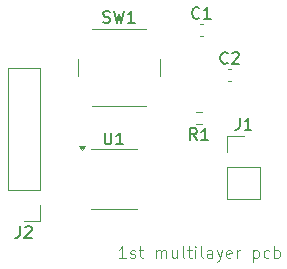
<source format=gbr>
%TF.GenerationSoftware,KiCad,Pcbnew,9.0.3*%
%TF.CreationDate,2025-11-22T12:31:02+05:30*%
%TF.ProjectId,multilayer trial,6d756c74-696c-4617-9965-722074726961,rev?*%
%TF.SameCoordinates,Original*%
%TF.FileFunction,Legend,Top*%
%TF.FilePolarity,Positive*%
%FSLAX46Y46*%
G04 Gerber Fmt 4.6, Leading zero omitted, Abs format (unit mm)*
G04 Created by KiCad (PCBNEW 9.0.3) date 2025-11-22 12:31:02*
%MOMM*%
%LPD*%
G01*
G04 APERTURE LIST*
%ADD10C,0.100000*%
%ADD11C,0.150000*%
%ADD12C,0.120000*%
G04 APERTURE END LIST*
D10*
X116827693Y-101272419D02*
X116256265Y-101272419D01*
X116541979Y-101272419D02*
X116541979Y-100272419D01*
X116541979Y-100272419D02*
X116446741Y-100415276D01*
X116446741Y-100415276D02*
X116351503Y-100510514D01*
X116351503Y-100510514D02*
X116256265Y-100558133D01*
X117208646Y-101224800D02*
X117303884Y-101272419D01*
X117303884Y-101272419D02*
X117494360Y-101272419D01*
X117494360Y-101272419D02*
X117589598Y-101224800D01*
X117589598Y-101224800D02*
X117637217Y-101129561D01*
X117637217Y-101129561D02*
X117637217Y-101081942D01*
X117637217Y-101081942D02*
X117589598Y-100986704D01*
X117589598Y-100986704D02*
X117494360Y-100939085D01*
X117494360Y-100939085D02*
X117351503Y-100939085D01*
X117351503Y-100939085D02*
X117256265Y-100891466D01*
X117256265Y-100891466D02*
X117208646Y-100796228D01*
X117208646Y-100796228D02*
X117208646Y-100748609D01*
X117208646Y-100748609D02*
X117256265Y-100653371D01*
X117256265Y-100653371D02*
X117351503Y-100605752D01*
X117351503Y-100605752D02*
X117494360Y-100605752D01*
X117494360Y-100605752D02*
X117589598Y-100653371D01*
X117922932Y-100605752D02*
X118303884Y-100605752D01*
X118065789Y-100272419D02*
X118065789Y-101129561D01*
X118065789Y-101129561D02*
X118113408Y-101224800D01*
X118113408Y-101224800D02*
X118208646Y-101272419D01*
X118208646Y-101272419D02*
X118303884Y-101272419D01*
X119399123Y-101272419D02*
X119399123Y-100605752D01*
X119399123Y-100700990D02*
X119446742Y-100653371D01*
X119446742Y-100653371D02*
X119541980Y-100605752D01*
X119541980Y-100605752D02*
X119684837Y-100605752D01*
X119684837Y-100605752D02*
X119780075Y-100653371D01*
X119780075Y-100653371D02*
X119827694Y-100748609D01*
X119827694Y-100748609D02*
X119827694Y-101272419D01*
X119827694Y-100748609D02*
X119875313Y-100653371D01*
X119875313Y-100653371D02*
X119970551Y-100605752D01*
X119970551Y-100605752D02*
X120113408Y-100605752D01*
X120113408Y-100605752D02*
X120208647Y-100653371D01*
X120208647Y-100653371D02*
X120256266Y-100748609D01*
X120256266Y-100748609D02*
X120256266Y-101272419D01*
X121161027Y-100605752D02*
X121161027Y-101272419D01*
X120732456Y-100605752D02*
X120732456Y-101129561D01*
X120732456Y-101129561D02*
X120780075Y-101224800D01*
X120780075Y-101224800D02*
X120875313Y-101272419D01*
X120875313Y-101272419D02*
X121018170Y-101272419D01*
X121018170Y-101272419D02*
X121113408Y-101224800D01*
X121113408Y-101224800D02*
X121161027Y-101177180D01*
X121780075Y-101272419D02*
X121684837Y-101224800D01*
X121684837Y-101224800D02*
X121637218Y-101129561D01*
X121637218Y-101129561D02*
X121637218Y-100272419D01*
X122018171Y-100605752D02*
X122399123Y-100605752D01*
X122161028Y-100272419D02*
X122161028Y-101129561D01*
X122161028Y-101129561D02*
X122208647Y-101224800D01*
X122208647Y-101224800D02*
X122303885Y-101272419D01*
X122303885Y-101272419D02*
X122399123Y-101272419D01*
X122732457Y-101272419D02*
X122732457Y-100605752D01*
X122732457Y-100272419D02*
X122684838Y-100320038D01*
X122684838Y-100320038D02*
X122732457Y-100367657D01*
X122732457Y-100367657D02*
X122780076Y-100320038D01*
X122780076Y-100320038D02*
X122732457Y-100272419D01*
X122732457Y-100272419D02*
X122732457Y-100367657D01*
X123351504Y-101272419D02*
X123256266Y-101224800D01*
X123256266Y-101224800D02*
X123208647Y-101129561D01*
X123208647Y-101129561D02*
X123208647Y-100272419D01*
X124161028Y-101272419D02*
X124161028Y-100748609D01*
X124161028Y-100748609D02*
X124113409Y-100653371D01*
X124113409Y-100653371D02*
X124018171Y-100605752D01*
X124018171Y-100605752D02*
X123827695Y-100605752D01*
X123827695Y-100605752D02*
X123732457Y-100653371D01*
X124161028Y-101224800D02*
X124065790Y-101272419D01*
X124065790Y-101272419D02*
X123827695Y-101272419D01*
X123827695Y-101272419D02*
X123732457Y-101224800D01*
X123732457Y-101224800D02*
X123684838Y-101129561D01*
X123684838Y-101129561D02*
X123684838Y-101034323D01*
X123684838Y-101034323D02*
X123732457Y-100939085D01*
X123732457Y-100939085D02*
X123827695Y-100891466D01*
X123827695Y-100891466D02*
X124065790Y-100891466D01*
X124065790Y-100891466D02*
X124161028Y-100843847D01*
X124541981Y-100605752D02*
X124780076Y-101272419D01*
X125018171Y-100605752D02*
X124780076Y-101272419D01*
X124780076Y-101272419D02*
X124684838Y-101510514D01*
X124684838Y-101510514D02*
X124637219Y-101558133D01*
X124637219Y-101558133D02*
X124541981Y-101605752D01*
X125780076Y-101224800D02*
X125684838Y-101272419D01*
X125684838Y-101272419D02*
X125494362Y-101272419D01*
X125494362Y-101272419D02*
X125399124Y-101224800D01*
X125399124Y-101224800D02*
X125351505Y-101129561D01*
X125351505Y-101129561D02*
X125351505Y-100748609D01*
X125351505Y-100748609D02*
X125399124Y-100653371D01*
X125399124Y-100653371D02*
X125494362Y-100605752D01*
X125494362Y-100605752D02*
X125684838Y-100605752D01*
X125684838Y-100605752D02*
X125780076Y-100653371D01*
X125780076Y-100653371D02*
X125827695Y-100748609D01*
X125827695Y-100748609D02*
X125827695Y-100843847D01*
X125827695Y-100843847D02*
X125351505Y-100939085D01*
X126256267Y-101272419D02*
X126256267Y-100605752D01*
X126256267Y-100796228D02*
X126303886Y-100700990D01*
X126303886Y-100700990D02*
X126351505Y-100653371D01*
X126351505Y-100653371D02*
X126446743Y-100605752D01*
X126446743Y-100605752D02*
X126541981Y-100605752D01*
X127637220Y-100605752D02*
X127637220Y-101605752D01*
X127637220Y-100653371D02*
X127732458Y-100605752D01*
X127732458Y-100605752D02*
X127922934Y-100605752D01*
X127922934Y-100605752D02*
X128018172Y-100653371D01*
X128018172Y-100653371D02*
X128065791Y-100700990D01*
X128065791Y-100700990D02*
X128113410Y-100796228D01*
X128113410Y-100796228D02*
X128113410Y-101081942D01*
X128113410Y-101081942D02*
X128065791Y-101177180D01*
X128065791Y-101177180D02*
X128018172Y-101224800D01*
X128018172Y-101224800D02*
X127922934Y-101272419D01*
X127922934Y-101272419D02*
X127732458Y-101272419D01*
X127732458Y-101272419D02*
X127637220Y-101224800D01*
X128970553Y-101224800D02*
X128875315Y-101272419D01*
X128875315Y-101272419D02*
X128684839Y-101272419D01*
X128684839Y-101272419D02*
X128589601Y-101224800D01*
X128589601Y-101224800D02*
X128541982Y-101177180D01*
X128541982Y-101177180D02*
X128494363Y-101081942D01*
X128494363Y-101081942D02*
X128494363Y-100796228D01*
X128494363Y-100796228D02*
X128541982Y-100700990D01*
X128541982Y-100700990D02*
X128589601Y-100653371D01*
X128589601Y-100653371D02*
X128684839Y-100605752D01*
X128684839Y-100605752D02*
X128875315Y-100605752D01*
X128875315Y-100605752D02*
X128970553Y-100653371D01*
X129399125Y-101272419D02*
X129399125Y-100272419D01*
X129399125Y-100653371D02*
X129494363Y-100605752D01*
X129494363Y-100605752D02*
X129684839Y-100605752D01*
X129684839Y-100605752D02*
X129780077Y-100653371D01*
X129780077Y-100653371D02*
X129827696Y-100700990D01*
X129827696Y-100700990D02*
X129875315Y-100796228D01*
X129875315Y-100796228D02*
X129875315Y-101081942D01*
X129875315Y-101081942D02*
X129827696Y-101177180D01*
X129827696Y-101177180D02*
X129780077Y-101224800D01*
X129780077Y-101224800D02*
X129684839Y-101272419D01*
X129684839Y-101272419D02*
X129494363Y-101272419D01*
X129494363Y-101272419D02*
X129399125Y-101224800D01*
D11*
X125458333Y-84729580D02*
X125410714Y-84777200D01*
X125410714Y-84777200D02*
X125267857Y-84824819D01*
X125267857Y-84824819D02*
X125172619Y-84824819D01*
X125172619Y-84824819D02*
X125029762Y-84777200D01*
X125029762Y-84777200D02*
X124934524Y-84681961D01*
X124934524Y-84681961D02*
X124886905Y-84586723D01*
X124886905Y-84586723D02*
X124839286Y-84396247D01*
X124839286Y-84396247D02*
X124839286Y-84253390D01*
X124839286Y-84253390D02*
X124886905Y-84062914D01*
X124886905Y-84062914D02*
X124934524Y-83967676D01*
X124934524Y-83967676D02*
X125029762Y-83872438D01*
X125029762Y-83872438D02*
X125172619Y-83824819D01*
X125172619Y-83824819D02*
X125267857Y-83824819D01*
X125267857Y-83824819D02*
X125410714Y-83872438D01*
X125410714Y-83872438D02*
X125458333Y-83920057D01*
X125839286Y-83920057D02*
X125886905Y-83872438D01*
X125886905Y-83872438D02*
X125982143Y-83824819D01*
X125982143Y-83824819D02*
X126220238Y-83824819D01*
X126220238Y-83824819D02*
X126315476Y-83872438D01*
X126315476Y-83872438D02*
X126363095Y-83920057D01*
X126363095Y-83920057D02*
X126410714Y-84015295D01*
X126410714Y-84015295D02*
X126410714Y-84110533D01*
X126410714Y-84110533D02*
X126363095Y-84253390D01*
X126363095Y-84253390D02*
X125791667Y-84824819D01*
X125791667Y-84824819D02*
X126410714Y-84824819D01*
X114916667Y-81307200D02*
X115059524Y-81354819D01*
X115059524Y-81354819D02*
X115297619Y-81354819D01*
X115297619Y-81354819D02*
X115392857Y-81307200D01*
X115392857Y-81307200D02*
X115440476Y-81259580D01*
X115440476Y-81259580D02*
X115488095Y-81164342D01*
X115488095Y-81164342D02*
X115488095Y-81069104D01*
X115488095Y-81069104D02*
X115440476Y-80973866D01*
X115440476Y-80973866D02*
X115392857Y-80926247D01*
X115392857Y-80926247D02*
X115297619Y-80878628D01*
X115297619Y-80878628D02*
X115107143Y-80831009D01*
X115107143Y-80831009D02*
X115011905Y-80783390D01*
X115011905Y-80783390D02*
X114964286Y-80735771D01*
X114964286Y-80735771D02*
X114916667Y-80640533D01*
X114916667Y-80640533D02*
X114916667Y-80545295D01*
X114916667Y-80545295D02*
X114964286Y-80450057D01*
X114964286Y-80450057D02*
X115011905Y-80402438D01*
X115011905Y-80402438D02*
X115107143Y-80354819D01*
X115107143Y-80354819D02*
X115345238Y-80354819D01*
X115345238Y-80354819D02*
X115488095Y-80402438D01*
X115821429Y-80354819D02*
X116059524Y-81354819D01*
X116059524Y-81354819D02*
X116250000Y-80640533D01*
X116250000Y-80640533D02*
X116440476Y-81354819D01*
X116440476Y-81354819D02*
X116678572Y-80354819D01*
X117583333Y-81354819D02*
X117011905Y-81354819D01*
X117297619Y-81354819D02*
X117297619Y-80354819D01*
X117297619Y-80354819D02*
X117202381Y-80497676D01*
X117202381Y-80497676D02*
X117107143Y-80592914D01*
X117107143Y-80592914D02*
X117011905Y-80640533D01*
X107866666Y-98574819D02*
X107866666Y-99289104D01*
X107866666Y-99289104D02*
X107819047Y-99431961D01*
X107819047Y-99431961D02*
X107723809Y-99527200D01*
X107723809Y-99527200D02*
X107580952Y-99574819D01*
X107580952Y-99574819D02*
X107485714Y-99574819D01*
X108295238Y-98670057D02*
X108342857Y-98622438D01*
X108342857Y-98622438D02*
X108438095Y-98574819D01*
X108438095Y-98574819D02*
X108676190Y-98574819D01*
X108676190Y-98574819D02*
X108771428Y-98622438D01*
X108771428Y-98622438D02*
X108819047Y-98670057D01*
X108819047Y-98670057D02*
X108866666Y-98765295D01*
X108866666Y-98765295D02*
X108866666Y-98860533D01*
X108866666Y-98860533D02*
X108819047Y-99003390D01*
X108819047Y-99003390D02*
X108247619Y-99574819D01*
X108247619Y-99574819D02*
X108866666Y-99574819D01*
X123058333Y-80929580D02*
X123010714Y-80977200D01*
X123010714Y-80977200D02*
X122867857Y-81024819D01*
X122867857Y-81024819D02*
X122772619Y-81024819D01*
X122772619Y-81024819D02*
X122629762Y-80977200D01*
X122629762Y-80977200D02*
X122534524Y-80881961D01*
X122534524Y-80881961D02*
X122486905Y-80786723D01*
X122486905Y-80786723D02*
X122439286Y-80596247D01*
X122439286Y-80596247D02*
X122439286Y-80453390D01*
X122439286Y-80453390D02*
X122486905Y-80262914D01*
X122486905Y-80262914D02*
X122534524Y-80167676D01*
X122534524Y-80167676D02*
X122629762Y-80072438D01*
X122629762Y-80072438D02*
X122772619Y-80024819D01*
X122772619Y-80024819D02*
X122867857Y-80024819D01*
X122867857Y-80024819D02*
X123010714Y-80072438D01*
X123010714Y-80072438D02*
X123058333Y-80120057D01*
X124010714Y-81024819D02*
X123439286Y-81024819D01*
X123725000Y-81024819D02*
X123725000Y-80024819D01*
X123725000Y-80024819D02*
X123629762Y-80167676D01*
X123629762Y-80167676D02*
X123534524Y-80262914D01*
X123534524Y-80262914D02*
X123439286Y-80310533D01*
X122858333Y-91284819D02*
X122525000Y-90808628D01*
X122286905Y-91284819D02*
X122286905Y-90284819D01*
X122286905Y-90284819D02*
X122667857Y-90284819D01*
X122667857Y-90284819D02*
X122763095Y-90332438D01*
X122763095Y-90332438D02*
X122810714Y-90380057D01*
X122810714Y-90380057D02*
X122858333Y-90475295D01*
X122858333Y-90475295D02*
X122858333Y-90618152D01*
X122858333Y-90618152D02*
X122810714Y-90713390D01*
X122810714Y-90713390D02*
X122763095Y-90761009D01*
X122763095Y-90761009D02*
X122667857Y-90808628D01*
X122667857Y-90808628D02*
X122286905Y-90808628D01*
X123810714Y-91284819D02*
X123239286Y-91284819D01*
X123525000Y-91284819D02*
X123525000Y-90284819D01*
X123525000Y-90284819D02*
X123429762Y-90427676D01*
X123429762Y-90427676D02*
X123334524Y-90522914D01*
X123334524Y-90522914D02*
X123239286Y-90570533D01*
X115038095Y-90654819D02*
X115038095Y-91464342D01*
X115038095Y-91464342D02*
X115085714Y-91559580D01*
X115085714Y-91559580D02*
X115133333Y-91607200D01*
X115133333Y-91607200D02*
X115228571Y-91654819D01*
X115228571Y-91654819D02*
X115419047Y-91654819D01*
X115419047Y-91654819D02*
X115514285Y-91607200D01*
X115514285Y-91607200D02*
X115561904Y-91559580D01*
X115561904Y-91559580D02*
X115609523Y-91464342D01*
X115609523Y-91464342D02*
X115609523Y-90654819D01*
X116609523Y-91654819D02*
X116038095Y-91654819D01*
X116323809Y-91654819D02*
X116323809Y-90654819D01*
X116323809Y-90654819D02*
X116228571Y-90797676D01*
X116228571Y-90797676D02*
X116133333Y-90892914D01*
X116133333Y-90892914D02*
X116038095Y-90940533D01*
X126466666Y-89399819D02*
X126466666Y-90114104D01*
X126466666Y-90114104D02*
X126419047Y-90256961D01*
X126419047Y-90256961D02*
X126323809Y-90352200D01*
X126323809Y-90352200D02*
X126180952Y-90399819D01*
X126180952Y-90399819D02*
X126085714Y-90399819D01*
X127466666Y-90399819D02*
X126895238Y-90399819D01*
X127180952Y-90399819D02*
X127180952Y-89399819D01*
X127180952Y-89399819D02*
X127085714Y-89542676D01*
X127085714Y-89542676D02*
X126990476Y-89637914D01*
X126990476Y-89637914D02*
X126895238Y-89685533D01*
D12*
%TO.C,C2*%
X125484420Y-85290000D02*
X125765580Y-85290000D01*
X125484420Y-86310000D02*
X125765580Y-86310000D01*
%TO.C,SW1*%
X112750000Y-84400000D02*
X112750000Y-85900000D01*
X114000000Y-88400000D02*
X118500000Y-88400000D01*
X118500000Y-81900000D02*
X114000000Y-81900000D01*
X119750000Y-85900000D02*
X119750000Y-84400000D01*
%TO.C,J2*%
X106820000Y-95470000D02*
X106820000Y-85200000D01*
X109580000Y-85200000D02*
X106820000Y-85200000D01*
X109580000Y-95470000D02*
X106820000Y-95470000D01*
X109580000Y-95470000D02*
X109580000Y-85200000D01*
X109580000Y-96740000D02*
X109580000Y-98120000D01*
X109580000Y-98120000D02*
X108200000Y-98120000D01*
%TO.C,C1*%
X123084420Y-81490000D02*
X123365580Y-81490000D01*
X123084420Y-82510000D02*
X123365580Y-82510000D01*
%TO.C,R1*%
X123262258Y-88877500D02*
X122787742Y-88877500D01*
X123262258Y-89922500D02*
X122787742Y-89922500D01*
%TO.C,U1*%
X115800000Y-92040000D02*
X113850000Y-92040000D01*
X115800000Y-92040000D02*
X117750000Y-92040000D01*
X115800000Y-97160000D02*
X113850000Y-97160000D01*
X115800000Y-97160000D02*
X117750000Y-97160000D01*
X113100000Y-92135000D02*
X112860000Y-91805000D01*
X113340000Y-91805000D01*
X113100000Y-92135000D01*
G36*
X113100000Y-92135000D02*
G01*
X112860000Y-91805000D01*
X113340000Y-91805000D01*
X113100000Y-92135000D01*
G37*
%TO.C,J1*%
X125420000Y-90945000D02*
X126800000Y-90945000D01*
X125420000Y-92325000D02*
X125420000Y-90945000D01*
X125420000Y-93595000D02*
X125420000Y-96245000D01*
X125420000Y-93595000D02*
X128180000Y-93595000D01*
X125420000Y-96245000D02*
X128180000Y-96245000D01*
X128180000Y-93595000D02*
X128180000Y-96245000D01*
%TD*%
M02*

</source>
